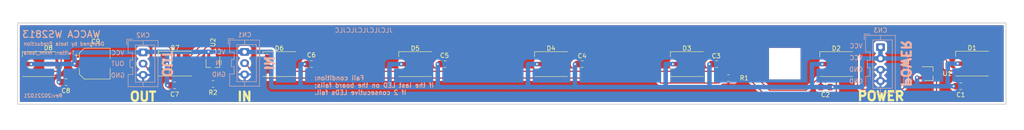
<source format=kicad_pcb>
(kicad_pcb (version 20211014) (generator pcbnew)
  (layers (0 "F.Cu" signal) (31 "B.Cu" signal) (34 "B.Paste" user) (35 "F.Paste" user) (36 "B.SilkS" user "B.Silkscreen") (37 "F.SilkS" user "F.Silkscreen") (38 "B.Mask" user) (39 "F.Mask" user) (44 "Edge.Cuts" user))
  (net 0 "")
  (net 1 "+5V")
  (net 2 "GND")
  (net 3 "Net-(CN1-Pad2)")
  (net 4 "LED_IN")
  (net 5 "LED_OUT")
  (net 6 "Net-(CN2-Pad2)")
  (net 8 "Net-(D1-Pad3)")
  (net 10 "Net-(D2-Pad3)")
  (net 12 "Net-(D3-Pad3)")
  (net 14 "Net-(D4-Pad3)")
  (net 16 "Net-(D5-Pad3)")
  (net 18 "Net-(D6-Pad3)")
  (net 20 "Net-(D7-Pad3)")
  (footprint "LED_SMD:LED_WS2812_PLCC6_5.0x5.0mm_P1.6mm" (layer "F.Cu") (at 154.5 99.5)
    (fp_text reference "D4" (at 0 -3.5) (layer "F.SilkS"))
    (fp_text value "WS2813")
    (fp_line (start -3.65 -2.75) (end 3.65 -2.75) (layer "F.SilkS") (width 0.12))
    (fp_line (start -3.65 -1.6) (end -3.65 -2.75) (layer "F.SilkS") (width 0.12))
    (fp_line (start -3.65 2.75) (end 3.65 2.75) (layer "F.SilkS") (width 0.12))
    (pad "1" smd rect (at -2.45 -1.6) (size 1.5 1) (layers "F.Cu" "F.Paste" "F.Mask"))
    (pad "2" smd rect (at -2.45 0) (size 1.5 1) (layers "F.Cu" "F.Paste" "F.Mask") (net 1 "+5V"))
    (pad "3" smd rect (at -2.45 1.6) (size 1.5 1) (layers "F.Cu" "F.Paste" "F.Mask") (net 14 "Net-(D4-Pad3)"))
    (pad "4" smd rect (at 2.45 1.6) (size 1.5 1) (layers "F.Cu" "F.Paste" "F.Mask") (net 12 "Net-(D3-Pad3)"))
    (pad "5" smd rect (at 2.45 0) (size 1.5 1) (layers "F.Cu" "F.Paste" "F.Mask") (net 2 "GND"))
    (pad "6" smd rect (at 2.45 -1.6) (size 1.5 1) (layers "F.Cu" "F.Paste" "F.Mask") (net 10 "Net-(D2-Pad3)"))
  )
  (footprint "Resistor_SMD:R_0805_2012Metric_Pad1.20x1.40mm_HandSolder" (layer "F.Cu") (at 193.8 102.6)
    (fp_text reference "R1" (at 3.5 0) (layer "F.SilkS"))
    (fp_text value "100")
    (fp_line (start -0.227064 -0.735) (end 0.227064 -0.735) (layer "F.SilkS") (width 0.12))
    (fp_line (start -0.227064 0.735) (end 0.227064 0.735) (layer "F.SilkS") (width 0.12))
    (pad "1" smd roundrect (at -1 0) (size 1.2 1.4) (layers "F.Cu" "F.Paste" "F.Mask") (roundrect_rratio 0.2083333333) (net 3 "Net-(CN1-Pad2)"))
    (pad "2" smd roundrect (at 1 0) (size 1.2 1.4) (layers "F.Cu" "F.Paste" "F.Mask") (roundrect_rratio 0.2083333333) (net 4 "LED_IN"))
  )
  (footprint "Capacitor_SMD:C_0805_2012Metric_Pad1.18x1.45mm_HandSolder" (layer "F.Cu") (at 131 99.5)
    (fp_text reference "C5" (at -0.1 -1.9) (layer "F.SilkS"))
    (fp_text value "100nF")
    (fp_line (start -0.261252 -0.735) (end 0.261252 -0.735) (layer "F.SilkS") (width 0.12))
    (fp_line (start -0.261252 0.735) (end 0.261252 0.735) (layer "F.SilkS") (width 0.12))
    (pad "1" smd roundrect (at -1.0375 0) (size 1.175 1.45) (layers "F.Cu" "F.Paste" "F.Mask") (roundrect_rratio 0.2127659574) (net 1 "+5V"))
    (pad "2" smd roundrect (at 1.0375 0) (size 1.175 1.45) (layers "F.Cu" "F.Paste" "F.Mask") (roundrect_rratio 0.2127659574) (net 2 "GND"))
  )
  (footprint "Package_TO_SOT_SMD:TSOT-23_HandSoldering" (layer "F.Cu") (at 79.6 99.295 -90)
    (fp_text reference "U2" (at -4.6 0 90) (layer "F.SilkS"))
    (fp_text value "1503a")
    (fp_line (start 0.95 -1.5) (end 0.95 -0.5) (layer "F.SilkS") (width 0.12))
    (fp_line (start 0.93 -1.51) (end -1.5 -1.51) (layer "F.SilkS") (width 0.12))
    (fp_line (start 0.95 1.55) (end -0.9 1.55) (layer "F.SilkS") (width 0.12))
    (fp_line (start 0.95 0.5) (end 0.95 1.55) (layer "F.SilkS") (width 0.12))
    (pad "1" smd rect (at -1.71 -0.95 270) (size 2 0.65) (layers "F.Cu" "F.Paste" "F.Mask") (net 2 "GND"))
    (pad "2" smd rect (at -1.71 0.95 270) (size 2 0.65) (layers "F.Cu" "F.Paste" "F.Mask") (net 1 "+5V"))
    (pad "3" smd rect (at 1.71 0 270) (size 2 0.65) (layers "F.Cu" "F.Paste" "F.Mask") (net 5 "LED_OUT"))
  )
  (footprint "LED_SMD:LED_WS2812_PLCC6_5.0x5.0mm_P1.6mm" (layer "F.Cu") (at 124.4 99.5)
    (fp_text reference "D5" (at 0 -3.5) (layer "F.SilkS"))
    (fp_text value "WS2813")
    (fp_line (start -3.65 2.75) (end 3.65 2.75) (layer "F.SilkS") (width 0.12))
    (fp_line (start -3.65 -1.6) (end -3.65 -2.75) (layer "F.SilkS") (width 0.12))
    (fp_line (start -3.65 -2.75) (end 3.65 -2.75) (layer "F.SilkS") (width 0.12))
    (pad "1" smd rect (at -2.45 -1.6) (size 1.5 1) (layers "F.Cu" "F.Paste" "F.Mask"))
    (pad "2" smd rect (at -2.45 0) (size 1.5 1) (layers "F.Cu" "F.Paste" "F.Mask") (net 1 "+5V"))
    (pad "3" smd rect (at -2.45 1.6) (size 1.5 1) (layers "F.Cu" "F.Paste" "F.Mask") (net 16 "Net-(D5-Pad3)"))
    (pad "4" smd rect (at 2.45 1.6) (size 1.5 1) (layers "F.Cu" "F.Paste" "F.Mask") (net 14 "Net-(D4-Pad3)"))
    (pad "5" smd rect (at 2.45 0) (size 1.5 1) (layers "F.Cu" "F.Paste" "F.Mask") (net 2 "GND"))
    (pad "6" smd rect (at 2.45 -1.6) (size 1.5 1) (layers "F.Cu" "F.Paste" "F.Mask") (net 12 "Net-(D3-Pad3)"))
  )
  (footprint "Resistor_SMD:R_0805_2012Metric_Pad1.20x1.40mm_HandSolder" (layer "F.Cu") (at 79.6 103.9 180)
    (fp_text reference "R2" (at 0 -1.9) (layer "F.SilkS"))
    (fp_text value "100")
    (fp_line (start -0.227064 -0.735) (end 0.227064 -0.735) (layer "F.SilkS") (width 0.12))
    (fp_line (start -0.227064 0.735) (end 0.227064 0.735) (layer "F.SilkS") (width 0.12))
    (pad "1" smd roundrect (at -1 0 180) (size 1.2 1.4) (layers "F.Cu" "F.Paste" "F.Mask") (roundrect_rratio 0.2083333333) (net 5 "LED_OUT"))
    (pad "2" smd roundrect (at 1 0 180) (size 1.2 1.4) (layers "F.Cu" "F.Paste" "F.Mask") (roundrect_rratio 0.2083333333) (net 6 "Net-(CN2-Pad2)"))
  )
  (footprint "LED_SMD:LED_WS2812_PLCC6_5.0x5.0mm_P1.6mm" (layer "F.Cu") (at 71.2 99.4)
    (fp_text reference "D7" (at 0 -3.5) (layer "F.SilkS"))
    (fp_text value "WS2813")
    (fp_line (start -3.65 2.75) (end 3.65 2.75) (layer "F.SilkS") (width 0.12))
    (fp_line (start -3.65 -2.75) (end 3.65 -2.75) (layer "F.SilkS") (width 0.12))
    (fp_line (start -3.65 -1.6) (end -3.65 -2.75) (layer "F.SilkS") (width 0.12))
    (pad "1" smd rect (at -2.45 -1.6) (size 1.5 1) (layers "F.Cu" "F.Paste" "F.Mask"))
    (pad "2" smd rect (at -2.45 0) (size 1.5 1) (layers "F.Cu" "F.Paste" "F.Mask") (net 1 "+5V"))
    (pad "3" smd rect (at -2.45 1.6) (size 1.5 1) (layers "F.Cu" "F.Paste" "F.Mask") (net 20 "Net-(D7-Pad3)"))
    (pad "4" smd rect (at 2.45 1.6) (size 1.5 1) (layers "F.Cu" "F.Paste" "F.Mask") (net 18 "Net-(D6-Pad3)"))
    (pad "5" smd rect (at 2.45 0) (size 1.5 1) (layers "F.Cu" "F.Paste" "F.Mask") (net 2 "GND"))
    (pad "6" smd rect (at 2.45 -1.6) (size 1.5 1) (layers "F.Cu" "F.Paste" "F.Mask") (net 16 "Net-(D5-Pad3)"))
  )
  (footprint "Package_TO_SOT_SMD:TSOT-23_HandSoldering" (layer "F.Cu") (at 238.2 101.6)
    (fp_text reference "U1" (at 4.1 0) (layer "F.SilkS"))
    (fp_text value "1503a")
    (fp_line (start 0.95 1.55) (end -0.9 1.55) (layer "F.SilkS") (width 0.12))
    (fp_line (start 0.95 0.5) (end 0.95 1.55) (layer "F.SilkS") (width 0.12))
    (fp_line (start 0.95 -1.5) (end 0.95 -0.5) (layer "F.SilkS") (width 0.12))
    (fp_line (start 0.93 -1.51) (end -1.5 -1.51) (layer "F.SilkS") (width 0.12))
    (pad "1" smd rect (at -1.71 -0.95) (size 2 0.65) (layers "F.Cu" "F.Paste" "F.Mask") (net 2 "GND"))
    (pad "2" smd rect (at -1.71 0.95) (size 2 0.65) (layers "F.Cu" "F.Paste" "F.Mask") (net 1 "+5V"))
    (pad "3" smd rect (at 1.71 0) (size 2 0.65) (layers "F.Cu" "F.Paste" "F.Mask") (net 4 "LED_IN"))
  )
  (footprint "LED_SMD:LED_WS2812_PLCC6_5.0x5.0mm_P1.6mm" (layer "F.Cu") (at 94.3 99.5)
    (fp_text reference "D6" (at 0 -3.5) (layer "F.SilkS"))
    (fp_text value "WS2813")
    (fp_line (start -3.65 -1.6) (end -3.65 -2.75) (layer "F.SilkS") (width 0.12))
    (fp_line (start -3.65 -2.75) (end 3.65 -2.75) (layer "F.SilkS") (width 0.12))
    (fp_line (start -3.65 2.75) (end 3.65 2.75) (layer "F.SilkS") (width 0.12))
    (pad "1" smd rect (at -2.45 -1.6) (size 1.5 1) (layers "F.Cu" "F.Paste" "F.Mask"))
    (pad "2" smd rect (at -2.45 0) (size 1.5 1) (layers "F.Cu" "F.Paste" "F.Mask") (net 1 "+5V"))
    (pad "3" smd rect (at -2.45 1.6) (size 1.5 1) (layers "F.Cu" "F.Paste" "F.Mask") (net 18 "Net-(D6-Pad3)"))
    (pad "4" smd rect (at 2.45 1.6) (size 1.5 1) (layers "F.Cu" "F.Paste" "F.Mask") (net 16 "Net-(D5-Pad3)"))
    (pad "5" smd rect (at 2.45 0) (size 1.5 1) (layers "F.Cu" "F.Paste" "F.Mask") (net 2 "GND"))
    (pad "6" smd rect (at 2.45 -1.6) (size 1.5 1) (layers "F.Cu" "F.Paste" "F.Mask") (net 14 "Net-(D4-Pad3)"))
  )
  (footprint "LED_SMD:LED_WS2812_PLCC6_5.0x5.0mm_P1.6mm" (layer "F.Cu") (at 184.6 99.5)
    (fp_text reference "D3" (at 0 -3.5) (layer "F.SilkS"))
    (fp_text value "WS2813")
    (fp_line (start -3.65 -1.6) (end -3.65 -2.75) (layer "F.SilkS") (width 0.12))
    (fp_line (start -3.65 2.75) (end 3.65 2.75) (layer "F.SilkS") (width 0.12))
    (fp_line (start -3.65 -2.75) (end 3.65 -2.75) (layer "F.SilkS") (width 0.12))
    (pad "1" smd rect (at -2.45 -1.6) (size 1.5 1) (layers "F.Cu" "F.Paste" "F.Mask"))
    (pad "2" smd rect (at -2.45 0) (size 1.5 1) (layers "F.Cu" "F.Paste" "F.Mask") (net 1 "+5V"))
    (pad "3" smd rect (at -2.45 1.6) (size 1.5 1) (layers "F.Cu" "F.Paste" "F.Mask") (net 12 "Net-(D3-Pad3)"))
    (pad "4" smd rect (at 2.45 1.6) (size 1.5 1) (layers "F.Cu" "F.Paste" "F.Mask") (net 10 "Net-(D2-Pad3)"))
    (pad "5" smd rect (at 2.45 0) (size 1.5 1) (layers "F.Cu" "F.Paste" "F.Mask") (net 2 "GND"))
    (pad "6" smd rect (at 2.45 -1.6) (size 1.5 1) (layers "F.Cu" "F.Paste" "F.Mask") (net 8 "Net-(D1-Pad3)"))
  )
  (footprint "Capacitor_SMD:C_0805_2012Metric_Pad1.18x1.45mm_HandSolder" (layer "F.Cu") (at 47.0375 103.5)
    (fp_text reference "C8" (at -0.0375 1.9) (layer "F.SilkS"))
    (fp_text value "100nF")
    (fp_line (start -0.261252 -0.735) (end 0.261252 -0.735) (layer "F.SilkS") (width 0.12))
    (fp_line (start -0.261252 0.735) (end 0.261252 0.735) (layer "F.SilkS") (width 0.12))
    (pad "1" smd roundrect (at -1.0375 0) (size 1.175 1.45) (layers "F.Cu" "F.Paste" "F.Mask") (roundrect_rratio 0.2127659574) (net 1 "+5V"))
    (pad "2" smd roundrect (at 1.0375 0) (size 1.175 1.45) (layers "F.Cu" "F.Paste" "F.Mask") (roundrect_rratio 0.2127659574) (net 2 "GND"))
  )
  (footprint "MountingHole:MountingHole_3.2mm_M3" (layer "F.Cu") (at 206.3 99.4)
    (fp_text reference "H1" hide)
    (fp_text value "M3")
    (pad "" np_thru_hole circle (at 0 0) (size 3.2 3.2) (drill 3.2) (layers *.Cu *.Mask))
  )
  (footprint "Capacitor_SMD:C_0805_2012Metric_Pad1.18x1.45mm_HandSolder" (layer "F.Cu") (at 245.3 104.4)
    (fp_text reference "C1" (at 0 1.9) (layer "F.SilkS"))
    (fp_text value "100nF")
    (fp_line (start -0.261252 -0.735) (end 0.261252 -0.735) (layer "F.SilkS") (width 0.12))
    (fp_line (start -0.261252 0.735) (end 0.261252 0.735) (layer "F.SilkS") (width 0.12))
    (pad "1" smd roundrect (at -1.0375 0) (size 1.175 1.45) (layers "F.Cu" "F.Paste" "F.Mask") (roundrect_rratio 0.2127659574) (net 1 "+5V"))
    (pad "2" smd roundrect (at 1.0375 0) (size 1.175 1.45) (layers "F.Cu" "F.Paste" "F.Mask") (roundrect_rratio 0.2127659574) (net 2 "GND"))
  )
  (footprint "LED_SMD:LED_WS2812_PLCC6_5.0x5.0mm_P1.6mm" (layer "F.Cu") (at 217.7 99.5)
    (fp_text reference "D2" (at 0 -3.5) (layer "F.SilkS"))
    (fp_text value "WS2813")
    (fp_line (start -3.65 2.75) (end 3.65 2.75) (layer "F.SilkS") (width 0.12))
    (fp_line (start -3.65 -1.6) (end -3.65 -2.75) (layer "F.SilkS") (width 0.12))
    (fp_line (start -3.65 -2.75) (end 3.65 -2.75) (layer "F.SilkS") (width 0.12))
    (pad "1" smd rect (at -2.45 -1.6) (size 1.5 1) (layers "F.Cu" "F.Paste" "F.Mask"))
    (pad "2" smd rect (at -2.45 0) (size 1.5 1) (layers "F.Cu" "F.Paste" "F.Mask") (net 1 "+5V"))
    (pad "3" smd rect (at -2.45 1.6) (size 1.5 1) (layers "F.Cu" "F.Paste" "F.Mask") (net 10 "Net-(D2-Pad3)"))
    (pad "4" smd rect (at 2.45 1.6) (size 1.5 1) (layers "F.Cu" "F.Paste" "F.Mask") (net 8 "Net-(D1-Pad3)"))
    (pad "5" smd rect (at 2.45 0) (size 1.5 1) (layers "F.Cu" "F.Paste" "F.Mask") (net 2 "GND"))
    (pad "6" smd rect (at 2.45 -1.6) (size 1.5 1) (layers "F.Cu" "F.Paste" "F.Mask") (net 4 "LED_IN"))
  )
  (footprint "Capacitor_SMD:C_0805_2012Metric_Pad1.18x1.45mm_HandSolder" (layer "F.Cu") (at 191.2 99.5)
    (fp_text reference "C3" (at -0.1 -1.8) (layer "F.SilkS"))
    (fp_text value "100nF")
    (fp_line (start -0.261252 -0.735) (end 0.261252 -0.735) (layer "F.SilkS") (width 0.12))
    (fp_line (start -0.261252 0.735) (end 0.261252 0.735) (layer "F.SilkS") (width 0.12))
    (pad "1" smd roundrect (at -1.0375 0) (size 1.175 1.45) (layers "F.Cu" "F.Paste" "F.Mask") (roundrect_rratio 0.2127659574) (net 1 "+5V"))
    (pad "2" smd roundrect (at 1.0375 0) (size 1.175 1.45) (layers "F.Cu" "F.Paste" "F.Mask") (roundrect_rratio 0.2127659574) (net 2 "GND"))
  )
  (footprint "LED_SMD:LED_WS2812_PLCC6_5.0x5.0mm_P1.6mm" (layer "F.Cu") (at 247.8 99.4)
    (fp_text reference "D1" (at 0 -3.5) (layer "F.SilkS"))
    (fp_text value "WS2813")
    (fp_line (start -3.65 2.75) (end 3.65 2.75) (layer "F.SilkS") (width 0.12))
    (fp_line (start -3.65 -2.75) (end 3.65 -2.75) (layer "F.SilkS") (width 0.12))
    (fp_line (start -3.65 -1.6) (end -3.65 -2.75) (layer "F.SilkS") (width 0.12))
    (pad "1" smd rect (at -2.45 -1.6) (size 1.5 1) (layers "F.Cu" "F.Paste" "F.Mask"))
    (pad "2" smd rect (at -2.45 0) (size 1.5 1) (layers "F.Cu" "F.Paste" "F.Mask") (net 1 "+5V"))
    (pad "3" smd rect (at -2.45 1.6) (size 1.5 1) (layers "F.Cu" "F.Paste" "F.Mask") (net 8 "Net-(D1-Pad3)"))
    (pad "4" smd rect (at 2.45 1.6) (size 1.5 1) (layers "F.Cu" "F.Paste" "F.Mask") (net 4 "LED_IN"))
    (pad "5" smd rect (at 2.45 0) (size 1.5 1) (layers "F.Cu" "F.Paste" "F.Mask") (net 2 "GND"))
    (pad "6" smd rect (at 2.45 -1.6) (size 1.5 1) (layers "F.Cu" "F.Paste" "F.Mask") (net 2 "GND"))
  )
  (footprint "Capacitor_SMD:C_0805_2012Metric_Pad1.18x1.45mm_HandSolder" (layer "F.Cu") (at 101.4 99.5)
    (fp_text reference "C6" (at 0 -2) (layer "F.SilkS"))
    (fp_text value "100nF")
    (fp_line (start -0.261252 -0.735) (end 0.261252 -0.735) (layer "F.SilkS") (width 0.12))
    (fp_line (start -0.261252 0.735) (end 0.261252 0.735) (layer "F.SilkS") (width 0.12))
    (pad "1" smd roundrect (at -1.0375 0) (size 1.175 1.45) (layers "F.Cu" "F.Paste" "F.Mask") (roundrect_rratio 0.2127659574) (net 1 "+5V"))
    (pad "2" smd roundrect (at 1.0375 0) (size 1.175 1.45) (layers "F.Cu" "F.Paste" "F.Mask") (roundrect_rratio 0.2127659574) (net 2 "GND"))
  )
  (footprint "Capacitor_SMD:CP_Elec_6.3x5.2" (layer "F.Cu") (at 53.4 99.4)
    (fp_text reference "C9" (at 0.2 -4.9) (layer "F.SilkS"))
    (fp_text value "1000uF")
    (fp_line (start -2.345563 -3.41) (end 3.41 -3.41) (layer "F.SilkS") (width 0.12))
    (fp_line (start 3.41 3.41) (end 3.41 1.06) (layer "F.SilkS") (width 0.12))
    (fp_line (start -3.41 2.345563) (end -3.41 1.06) (layer "F.SilkS") (width 0.12))
    (fp_line (start -2.345563 3.41) (end 3.41 3.41) (layer "F.SilkS") (width 0.12))
    (fp_line (start -3.41 -2.345563) (end -3.41 -1.06) (layer "F.SilkS") (width 0.12))
    (fp_line (start -3.41 2.345563) (end -2.345563 3.41) (layer "F.SilkS") (width 0.12))
    (fp_line (start -3.41 -2.345563) (end -2.345563 -3.41) (layer "F.SilkS") (width 0.12))
    (fp_line (start -4.4375 -1.8475) (end -3.65 -1.8475) (layer "F.SilkS") (width 0.12))
    (fp_line (start 3.41 -3.41) (end 3.41 -1.06) (layer "F.SilkS") (width 0.12))
    (fp_line (start -4.04375 -2.24125) (end -4.04375 -1.45375) (layer "F.SilkS") (width 0.12))
    (pad "1" smd roundrect (at -2.8 0) (size 3.5 1.6) (layers "F.Cu" "F.Paste" "F.Mask") (roundrect_rratio 0.15625) (net 1 "+5V"))
    (pad "2" smd roundrect (at 2.8 0) (size 3.5 1.6) (layers "F.Cu" "F.Paste" "F.Mask") (roundrect_rratio 0.15625) (net 2 "GND"))
  )
  (footprint "LED_SMD:LED_WS2812_PLCC6_5.0x5.0mm_P1.6mm" (layer "F.Cu") (at 41 99.5)
    (fp_text reference "D8" (at 2.1 -3.6) (layer "F.SilkS"))
    (fp_text value "WS2813")
    (fp_line (start -3.65 2.75) (end 3.65 2.75) (layer "F.SilkS") (width 0.12))
    (fp_line (start -3.65 -1.6) (end -3.65 -2.75) (layer "F.SilkS") (width 0.12))
    (fp_line (start -3.65 -2.75) (end 3.65 -2.75) (layer "F.SilkS") (width 0.12))
    (pad "1" smd rect (at -2.45 -1.6) (size 1.5 1) (layers "F.Cu" "F.Paste" "F.Mask"))
    (pad "2" smd rect (at -2.45 0) (size 1.5 1) (layers "F.Cu" "F.Paste" "F.Mask") (net 1 "+5V"))
    (pad "3" smd rect (at -2.45 1.6) (size 1.5 1) (layers "F.Cu" "F.Paste" "F.Mask") (net 5 "LED_OUT"))
    (pad "4" smd rect (at 2.45 1.6) (size 1.5 1) (layers "F.Cu" "F.Paste" "F.Mask") (net 20 "Net-(D7-Pad3)"))
    (pad "5" smd rect (at 2.45 0) (size 1.5 1) (layers "F.Cu" "F.Paste" "F.Mask") (net 2 "GND"))
    (pad "6" smd rect (at 2.45 -1.6) (size 1.5 1) (layers "F.Cu" "F.Paste" "F.Mask") (net 18 "Net-(D6-Pad3)"))
  )
  (footprint "Capacitor_SMD:C_0805_2012Metric_Pad1.18x1.45mm_HandSolder" (layer "F.Cu") (at 71.1 104.2)
    (fp_text reference "C7" (at 0 2) (layer "F.SilkS"))
    (fp_text value "100nF")
    (fp_line (start -0.261252 0.735) (end 0.261252 0.735) (layer "F.SilkS") (width 0.12))
    (fp_line (start -0.261252 -0.735) (end 0.261252 -0.735) (layer "F.SilkS") (width 0.12))
    (pad "1" smd roundrect (at -1.0375 0) (size 1.175 1.45) (layers "F.Cu" "F.Paste" "F.Mask") (roundrect_rratio 0.2127659574) (net 1 "+5V"))
    (pad "2" smd roundrect (at 1.0375 0) (size 1.175 1.45) (layers "F.Cu" "F.Paste" "F.Mask") (roundrect_rratio 0.2127659574) (net 2 "GND"))
  )
  (footprint "Capacitor_SMD:C_0805_2012Metric_Pad1.18x1.45mm_HandSolder" (layer "F.Cu") (at 161.4 99.5)
    (fp_text reference "C4" (at 0 -1.8) (layer "F.SilkS"))
    (fp_text value "100nF")
    (fp_line (start -0.261252 -0.735) (end 0.261252 -0.735) (layer "F.SilkS") (width 0.12))
    (fp_line (start -0.261252 0.735) (end 0.261252 0.735) (layer "F.SilkS") (width 0.12))
    (pad "1" smd roundrect (at -1.0375 0) (size 1.175 1.45) (layers "F.Cu" "F.Paste" "F.Mask") (roundrect_rratio 0.2127659574) (net 1 "+5V"))
    (pad "2" smd roundrect (at 1.0375 0) (size 1.175 1.45) (layers "F.Cu" "F.Paste" "F.Mask") (roundrect_rratio 0.2127659574) (net 2 "GND"))
  )
  (footprint "Capacitor_SMD:C_0805_2012Metric_Pad1.18x1.45mm_HandSolder" (layer "F.Cu") (at 215.3 104.6 180)
    (fp_text reference "C2" (at 0 -1.7) (layer "F.SilkS"))
    (fp_text value "100nF")
    (fp_line (start -0.261252 0.735) (end 0.261252 0.735) (layer "F.SilkS") (width 0.12))
    (fp_line (start -0.261252 -0.735) (end 0.261252 -0.735) (layer "F.SilkS") (width 0.12))
    (pad "1" smd roundrect (at -1.0375 0 180) (size 1.175 1.45) (layers "F.Cu" "F.Paste" "F.Mask") (roundrect_rratio 0.2127659574) (net 1 "+5V"))
    (pad "2" smd roundrect (at 1.0375 0 180) (size 1.175 1.45) (layers "F.Cu" "F.Paste" "F.Mask") (roundrect_rratio 0.2127659574) (net 2 "GND"))
  )
  (footprint "Connector_JST:JST_XA_B04B-XASK-1_1x04_P2.50mm_Vertical" (layer "B.Cu") (at 227.5 95.75 -90)
    (fp_text reference "CN3" (at -3.75 0 180) (layer "B.SilkS") (effects (justify mirror)))
    (fp_text value "JST XA 4p")
    (fp_line (start 10.11 3.31) (end 6.45 3.31) (layer "B.SilkS") (width 0.12))
    (fp_line (start 10.11 -3.31) (end 10.11 3.31) (layer "B.SilkS") (width 0.12))
    (fp_line (start -2.61 0) (end -1.6 0) (layer "B.SilkS") (width 0.12))
    (fp_line (start 10.11 0) (end 9.1 0) (layer "B.SilkS") (width 0.12))
    (fp_line (start -2.91 3.61) (end -2.91 2.36) (layer "B.SilkS") (width 0.12))
    (fp_line (start 1.05 2.31) (end 1.05 3.31) (layer "B.SilkS") (width 0.12))
    (fp_line (start -2.61 -3.31) (end 10.11 -3.31) (layer "B.SilkS") (width 0.12))
    (fp_line (start -2.61 3.31) (end -2.61 -3.31) (layer "B.SilkS") (width 0.12))
    (fp_line (start 1.05 3.31) (end -2.61 3.31) (layer "B.SilkS") (width 0.12))
    (fp_line (start 6.45 2.31) (end 4.55 2.31) (layer "B.SilkS") (width 0.12))
    (fp_line (start 4.55 2.31) (end 4.55 2.91) (layer "B.SilkS") (width 0.12))
    (fp_line (start 6.45 3.31) (end 6.45 2.31) (layer "B.SilkS") (width 0.12))
    (fp_line (start -1.66 3.61) (end -2.91 3.61) (layer "B.SilkS") (width 0.12))
    (fp_line (start 2.95 2.91) (end 2.95 2.31) (layer "B.SilkS") (width 0.12))
    (fp_line (start -1.6 -2.6) (end 9.1 -2.6) (layer "B.SilkS") (width 0.12))
    (fp_line (start 9.1 -2.6) (end 9.1 1.7) (layer "B.SilkS") (width 0.12))
    (fp_line (start 2.95 2.31) (end 1.05 2.31) (layer "B.SilkS") (width 0.12))
    (fp_line (start 9.1 1.7) (end -1.6 1.7) (layer "B.SilkS") (width 0.12))
    (fp_line (start -1.6 1.7) (end -1.6 -2.6) (layer "B.SilkS") (width 0.12))
    (fp_line (start 4.55 2.91) (end 2.95 2.91) (layer "B.SilkS") (width 0.12))
    (pad "1" thru_hole roundrect (at 0 0 270) (size 1.7 1.95) (drill 0.95) (layers *.Cu *.Mask) (roundrect_rratio 0.1470588235) (net 1 "+5V"))
    (pad "2" thru_hole oval (at 2.5 0 270) (size 1.7 1.95) (drill 0.95) (layers *.Cu *.Mask) (net 1 "+5V"))
    (pad "3" thru_hole oval (at 5 0 270) (size 1.7 1.95) (drill 0.95) (layers *.Cu *.Mask) (net 2 "GND"))
    (pad "4" thru_hole oval (at 7.5 0 270) (size 1.7 1.95) (drill 0.95) (layers *.Cu *.Mask) (net 2 "GND"))
  )
  (footprint "Connector_JST:JST_XA_B03B-XASK-1_1x03_P2.50mm_Vertical" (layer "B.Cu") (at 64.1 96.905 -90)
    (fp_text reference "CN2" (at -3.805 0 180) (layer "B.SilkS") (effects (justify mirror)))
    (fp_text value "JST XA 3p")
    (fp_line (start -2.91 3.61) (end -2.91 2.36) (layer "B.SilkS") (width 0.12))
    (fp_line (start 4.9 3.31) (end 4.9 2.31) (layer "B.SilkS") (width 0.12))
    (fp_line (start 0.1 2.31) (end 0.1 3.31) (layer "B.SilkS") (width 0.12))
    (fp_line (start -2.61 0) (end -1.6 0) (layer "B.SilkS") (width 0.12))
    (fp_line (start -2.61 3.31) (end -2.61 -3.31) (layer "B.SilkS") (width 0.12))
    (fp_line (start -1.66 3.61) (end -2.91 3.61) (layer "B.SilkS") (width 0.12))
    (fp_line (start 7.61 0) (end 6.6 0) (layer "B.SilkS") (width 0.12))
    (fp_line (start 6.6 -2.6) (end 6.6 1.7) (layer "B.SilkS") (width 0.12))
    (fp_line (start 1.7 2.31) (end 0.1 2.31) (layer "B.SilkS") (width 0.12))
    (fp_line (start 1.7 2.91) (end 1.7 2.31) (layer "B.SilkS") (width 0.12))
    (fp_line (start -2.61 -3.31) (end 7.61 -3.31) (layer "B.SilkS") (width 0.12))
    (fp_line (start -1.6 -2.6) (end 6.6 -2.6) (layer "B.SilkS") (width 0.12))
    (fp_line (start 0.1 3.31) (end -2.61 3.31) (layer "B.SilkS") (width 0.12))
    (fp_line (start 6.6 1.7) (end -1.6 1.7) (layer "B.SilkS") (width 0.12))
    (fp_line (start 7.61 -3.31) (end 7.61 3.31) (layer "B.SilkS") (width 0.12))
    (fp_line (start 7.61 3.31) (end 4.9 3.31) (layer "B.SilkS") (width 0.12))
    (fp_line (start -1.6 1.7) (end -1.6 -2.6) (layer "B.SilkS") (width 0.12))
    (fp_line (start 3.3 2.91) (end 1.7 2.91) (layer "B.SilkS") (width 0.12))
    (fp_line (start 4.9 2.31) (end 3.3 2.31) (layer "B.SilkS") (width 0.12))
    (fp_line (start 3.3 2.31) (end 3.3 2.91) (layer "B.SilkS") (width 0.12))
    (pad "1" thru_hole roundrect (at 0 0 270) (size 1.7 1.95) (drill 0.95) (layers *.Cu *.Mask) (roundrect_rratio 0.1470588235) (net 1 "+5V"))
    (pad "2" thru_hole oval (at 2.5 0 270) (size 1.7 1.95) (drill 0.95) (layers *.Cu *.Mask) (net 6 "Net-(CN2-Pad2)"))
    (pad "3" thru_hole oval (at 5 0 270) (size 1.7 1.95) (drill 0.95) (layers *.Cu *.Mask) (net 2 "GND"))
  )
  (footprint "Connector_JST:JST_XA_B03B-XASK-1_1x03_P2.50mm_Vertical" (layer "B.Cu") (at 86.6 96.795 -90)
    (fp_text reference "CN1" (at -3.795 0 180) (layer "B.SilkS") (effects (justify mirror)))
    (fp_text value "JST XA 3p")
    (fp_line (start -2.61 3.31) (end -2.61 -3.31) (layer "B.SilkS") (width 0.12))
    (fp_line (start -2.91 3.61) (end -2.91 2.36) (layer "B.SilkS") (width 0.12))
    (fp_line (start 6.6 1.7) (end -1.6 1.7) (layer "B.SilkS") (width 0.12))
    (fp_line (start 0.1 3.31) (end -2.61 3.31) (layer "B.SilkS") (width 0.12))
    (fp_line (start 7.61 3.31) (end 4.9 3.31) (layer "B.SilkS") (width 0.12))
    (fp_line (start -1.6 1.7) (end -1.6 -2.6) (layer "B.SilkS") (width 0.12))
    (fp_line (start 3.3 2.31) (end 3.3 2.91) (layer "B.SilkS") (width 0.12))
    (fp_line (start 7.61 -3.31) (end 7.61 3.31) (layer "B.SilkS") (width 0.12))
    (fp_line (start 4.9 3.31) (end 4.9 2.31) (layer "B.SilkS") (width 0.12))
    (fp_line (start 0.1 2.31) (end 0.1 3.31) (layer "B.SilkS") (width 0.12))
    (fp_line (start -2.61 0) (end -1.6 0) (layer "B.SilkS") (width 0.12))
    (fp_line (start 1.7 2.91) (end 1.7 2.31) (layer "B.SilkS") (width 0.12))
    (fp_line (start 1.7 2.31) (end 0.1 2.31) (layer "B.SilkS") (width 0.12))
    (fp_line (start -1.6 -2.6) (end 6.6 -2.6) (layer "B.SilkS") (width 0.12))
    (fp_line (start -2.61 -3.31) (end 7.61 -3.31) (layer "B.SilkS") (width 0.12))
    (fp_line (start 6.6 -2.6) (end 6.6 1.7) (layer "B.SilkS") (width 0.12))
    (fp_line (start 4.9 2.31) (end 3.3 2.31) (layer "B.SilkS") (width 0.12))
    (fp_line (start -1.66 3.61) (end -2.91 3.61) (layer "B.SilkS") (width 0.12))
    (fp_line (start 7.61 0) (end 6.6 0) (layer "B.SilkS") (width 0.12))
    (fp_line (start 3.3 2.91) (end 1.7 2.91) (layer "B.SilkS") (width 0.12))
    (pad "1" thru_hole roundrect (at 0 0 270) (size 1.7 1.95) (drill 0.95) (layers *.Cu *.Mask) (roundrect_rratio 0.1470588235) (net 1 "+5V"))
    (pad "2" thru_hole oval (at 2.5 0 270) (size 1.7 1.95) (drill 0.95) (layers *.Cu *.Mask) (net 3 "Net-(CN1-Pad2)"))
    (pad "3" thru_hole oval (at 5 0 270) (size 1.7 1.95) (drill 0.95) (layers *.Cu *.Mask) (net 2 "GND"))
  )
  (gr_poly (pts (xy 255.3 90.4) (xy 36.3 90.4) (xy 36.3 108.4) (xy 255.3 108.4)) (layer "Edge.Cuts") (width 0.2) (fill none))
  (gr_text "WACCA WS2813" (at 46 92.9) (layer "B.SilkS") (effects (font (size 1.5 1.5) (thickness 0.25)) (justify mirror)))
  (gr_text "JLCJLCJLCJLCJLC" (at 113 92) (layer "B.SilkS") (effects (font (size 1 1)) (justify mirror)))
  (gr_text "VCC" (at 222.1 98.1) (layer "B.SilkS") (effects (font (size 1 1)) (justify mirror)))
  (gr_text "OUT" (at 69.4 99.5 270) (layer "B.SilkS") (effects (font (size 2 2) (thickness 0.5)) (justify mirror)))
  (gr_text "GND" (at 80.9 101.8) (layer "B.SilkS") (effects (font (size 1 1)) (justify mirror)))
  (gr_text "OUT" (at 58.5 99.4) (layer "B.SilkS") (effects (font (size 1 1)) (justify mirror)))
  (gr_text "Twitter: mnm_isola" (at 49 97) (layer "B.SilkS") (effects (font (size 0.8 0.8)) (justify left mirror)))
  (gr_text "VCC" (at 80.9 96.805) (layer "B.SilkS") (effects (font (size 1 1)) (justify mirror)))
  (gr_text "POWER" (at 233.1 99.4 270) (layer "B.SilkS") (effects (font (size 2 2) (thickness 0.5)) (justify mirror)))
  (gr_text "GND\n" (at 58.5 102) (layer "B.SilkS") (effects (font (size 1 1)) (justify mirror)))
  (gr_text "Designed by Isola Production" (at 55.590477 95) (layer "B.SilkS") (effects (font (size 0.8 0.8)) (justify left mirror)))
  (gr_text "Fail condition:\nIf the last LED on the board fails;\nIf 2 consecutive LEDs fail." (at 102 104.2) (layer "B.SilkS") (effects (font (size 1 1) (thickness 0.2)) (justify right mirror)))
  (gr_text "GND\n" (at 222.1 103.3) (layer "B.SilkS") (effects (font (size 1 1)) (justify mirror)))
  (gr_text "IN" (at 92 99.3 270) (layer "B.SilkS") (effects (font (size 2 2) (thickness 0.5)) (justify mirror)))
  (gr_text "VCC" (at 222.1 95.5) (layer "B.SilkS") (effects (font (size 1 1)) (justify mirror)))
  (gr_text "GND\n" (at 222.1 100.7) (layer "B.SilkS") (effects (font (size 1 1)) (justify mirror)))
  (gr_text "IN" (at 80.9 99.2) (layer "B.SilkS") (effects (font (size 1 1)) (justify mirror)))
  (gr_text "Rev:20221021" (at 41.935714 106.5) (layer "B.SilkS") (effects (font (size 0.8 0.8)) (justify mirror)))
  (gr_text "VCC" (at 58.5 97.005) (layer "B.SilkS") (effects (font (size 1 1)) (justify mirror)))
  (gr_text "IN" (at 86.6 106.7) (layer "F.SilkS") (effects (font (size 2 2) (thickness 0.5))))
  (gr_text "POWER" (at 227.6 106.6) (layer "F.SilkS") (effects (font (size 2 2) (thickness 0.5))))
  (gr_text "OUT" (at 64.1 106.7) (layer "F.SilkS") (effects (font (size 2 2) (thickness 0.5))))
  (via (at 92.5 99.5) (size 0.8) (drill 0.4) (layers "F.Cu" "B.Cu") (net 1))
  (via (at 244.6 99.4) (size 0.8) (drill 0.4) (layers "F.Cu" "B.Cu") (net 1))
  (via (at 243.7 104.4) (size 0.8) (drill 0.4) (layers "F.Cu" "B.Cu") (net 1))
  (via (at 121.3 99.5) (size 0.8) (drill 0.4) (layers "F.Cu" "B.Cu") (net 1))
  (via (at 78.6 96.8) (size 0.8) (drill 0.4) (layers "F.Cu" "B.Cu") (net 1))
  (via (at 69.4 99.4) (size 0.8) (drill 0.4) (layers "F.Cu" "B.Cu") (net 1))
  (via (at 39.3 99.5) (size 0.8) (drill 0.4) (layers "F.Cu" "B.Cu") (net 1))
  (via (at 69.5 104.2) (size 0.8) (drill 0.4) (layers "F.Cu" "B.Cu") (net 1))
  (via (at 159.8 99.5) (size 0.8) (drill 0.4) (layers "F.Cu" "B.Cu") (net 1))
  (via (at 189.6 99.5) (size 0.8) (drill 0.4) (layers "F.Cu" "B.Cu") (net 1))
  (via (at 45.4375 103.5) (size 0.8) (drill 0.4) (layers "F.Cu" "B.Cu") (net 1))
  (via (at 235.6 102.5) (size 0.8) (drill 0.4) (layers "F.Cu" "B.Cu") (net 1))
  (via (at 151.4 99.5) (size 0.8) (drill 0.4) (layers "F.Cu" "B.Cu") (net 1))
  (via (at 181.5 99.5) (size 0.8) (drill 0.4) (layers "F.Cu" "B.Cu") (net 1))
  (via (at 99.9 99.5) (size 0.8) (drill 0.4) (layers "F.Cu" "B.Cu") (net 1))
  (via (at 216.9 104.6) (size 0.8) (drill 0.4) (layers "F.Cu" "B.Cu") (net 1))
  (via (at 214.6 99.5) (size 0.8) (drill 0.4) (layers "F.Cu" "B.Cu") (net 1))
  (via (at 48.9 99.4) (size 0.8) (drill 0.4) (layers "F.Cu" "B.Cu") (net 1))
  (via (at 129.4 99.5) (size 0.8) (drill 0.4) (layers "F.Cu" "B.Cu") (net 1))
  (segment (start 92.5 99.5) (end 92.5 96.8) (width 1) (layer "B.Cu") (net 1))
  (segment (start 64.21 96.795) (end 64.1 96.905) (width 1) (layer "B.Cu") (net 1))
  (segment (start 242.4 104.4) (end 235.7 104.4) (width 1) (layer "B.Cu") (net 1))
  (segment (start 99 99.5) (end 99 104.6) (width 1) (layer "B.Cu") (net 1))
  (segment (start 45.4375 103.5) (end 45.4375 99.6375) (width 1) (layer "B.Cu") (net 1))
  (segment (start 86.6 96.795) (end 92.495 96.795) (width 1) (layer "B.Cu") (net 1))
  (segment (start 242.4 103.1) (end 242.4 104.4) (width 1) (layer "B.Cu") (net 1))
  (segment (start 118.7 99.5) (end 118.7 104.4) (width 1) (layer "B.Cu") (net 1))
  (segment (start 118.7 104.4) (end 118.9 104.6) (width 1) (layer "B.Cu") (net 1))
  (segment (start 179.9 99.5) (end 181.5 99.5) (width 1) (layer "B.Cu") (net 1))
  (segment (start 86.6 96.795) (end 78.395 96.795) (width 1) (layer "B.Cu") (net 1))
  (segment (start 92.7 104.6) (end 92.5 104.4) (width 1) (layer "B.Cu") (net 1))
  (segment (start 99 104.6) (end 92.7 104.6) (width 1) (layer "B.Cu") (net 1))
  (segment (start 242.4 99.4) (end 242.4 103.1) (width 1) (layer "B.Cu") (net 1))
  (segment (start 223.425 98.275) (end 223.425 104.575) (width 1) (layer "B.Cu") (net 1))
  (segment (start 118.7 99.5) (end 121.3 99.5) (width 1) (layer "B.Cu") (net 1))
  (segment (start 149.4 99.5) (end 149.4 104.6) (width 1) (layer "B.Cu") (net 1))
  (segment (start 129.4 99.5) (end 129.4 104.6) (width 1) (layer "B.Cu") (net 1))
  (segment (start 45.3 99.5) (end 48.8 99.5) (width 1) (layer "B.Cu") (net 1))
  (segment (start 78.395 96.795) (end 71.305 96.795) (width 1) (layer "B.Cu") (net 1))
  (segment (start 235.7 104.4) (end 233.1 104.4) (width 1) (layer "B.Cu") (net 1))
  (segment (start 92.5 104.4) (end 92.5 99.5) (width 1) (layer "B.Cu") (net 1))
  (segment (start 174.8 104.6) (end 179.9 104.6) (width 1) (layer "B.Cu") (net 1))
  (segment (start 212.3 99.5) (end 214.6 99.5) (width 1) (layer "B.Cu") (net 1))
  (segment (start 149.4 104.6) (end 159.8 104.6) (width 1) (layer "B.Cu") (net 1))
  (segment (start 159.8 99.5) (end 159.8 104.6) (width 1) (layer "B.Cu") (net 1))
  (segment (start 233.05 102.45) (end 233.1 102.5) (width 1) (layer "B.Cu") (net 1))
  (segment (start 235.6 104.3) (end 235.7 104.4) (width 1) (layer "B.Cu") (net 1))
  (segment (start 233.05 98.25) (end 233.05 102.45) (width 1) (layer "B.Cu") (net 1))
  (segment (start 189.6 104.5) (end 189.7 104.6) (width 1) (layer "B.Cu") (net 1))
  (segment (start 189.7 104.6) (end 211.2 104.6) (width 1) (layer "B.Cu") (net 1))
  (segment (start 69.4 99.4) (end 69.4 104.1) (width 1) (layer "B.Cu") (net 1))
  (segment (start 64.1 96.905) (end 51.395 96.905) (width 1) (layer "B.Cu") (net 1))
  (segment (start 48.9 99.4) (end 48.9 96.9) (width 1) (layer "B.Cu") (net 1))
  (segment (start 179.9 104.6) (end 189.7 104.6) (width 1) (layer "B.Cu") (net 1))
  (segment (start 227.5 95.75) (end 227.5 98.25) (width 1) (layer "B.Cu") (net 1))
  (segment (start 223.4 104.6) (end 212.3 104.6) (width 1) (layer "B.Cu") (net 1))
  (segment (start 99.9 99.5) (end 99 99.5) (width 1) (layer "B.Cu") (net 1))
  (segment (start 45.4375 99.6375) (end 45.3 99.5) (width 1) (layer "B.Cu") (net 1))
  (segment (start 149.4 99.5) (end 151.4 99.5) (width 1) (layer "B.Cu") (net 1))
  (segment (start 242.4 104.4) (end 243.7 104.4) (width 1) (layer "B.Cu") (net 1))
  (segment (start 227.5 98.25) (end 233.05 98.25) (width 1) (layer "B.Cu") (net 1))
  (segment (start 235.6 102.5) (end 235.6 104.3) (width 1) (layer "B.Cu") (net 1))
  (segment (start 69.4 99.4) (end 69.4 96.9) (width 1) (layer "B.Cu") (net 1))
  (segment (start 244.6 99.4) (end 242.4 99.4) (width 1) (layer "B.Cu") (net 1))
  (segment (start 179.9 99.5) (end 179.9 104.6) (width 1) (layer "B.Cu") (net 1))
  (segment (start 69.295 96.795) (end 64.21 96.795) (width 1) (layer "B.Cu") (net 1))
  (segment (start 227.5 98.25) (end 223.45 98.25) (width 1) (layer "B.Cu") (net 1))
  (segment (start 212.3 99.5) (end 212.3 104.6) (width 1) (layer "B.Cu") (net 1))
  (segment (start 118.9 104.6) (end 99 104.6) (width 1) (layer "B.Cu") (net 1))
  (segment (start 233.05 98.25) (end 233.05 104.35) (width 1) (layer "B.Cu") (net 1))
  (segment (start 159.8 104.6) (end 174.8 104.6) (width 1) (layer "B.Cu") (net 1))
  (segment (start 48.9 96.9) (end 51.39 96.9) (width 1) (layer "B.Cu") (net 1))
  (segment (start 144.3 104.6) (end 149.4 104.6) (width 1) (layer "B.Cu") (net 1))
  (segment (start 48.8 99.5) (end 48.9 99.4) (width 1) (layer "B.Cu") (net 1))
  (segment (start 118.9 104.6) (end 129.4 104.6) (width 1) (layer "B.Cu") (net 1))
  (segment (start 39.3 99.5) (end 45.3 99.5) (width 1) (layer "B.Cu") (net 1))
  (segment (start 189.6 99.5) (end 189.6 104.5) (width 1) (layer "B.Cu") (net 1))
  (segment (start 211.2 104.6) (end 212.3 104.6) (width 1) (layer "B.Cu") (net 1))
  (segment (start 69.4 96.9) (end 69.295 96.795) (width 1) (layer "B.Cu") (net 1))
  (segment (start 69.4 104.1) (end 69.5 104.2) (width 1) (layer "B.Cu") (net 1))
  (segment (start 129.4 104.6) (end 144.3 104.6) (width 1) (layer "B.Cu") (net 1))
  (segment (start 71.305 96.795) (end 69.295 96.795) (width 1) (layer "B.Cu") (net 1))
  (segment (start 51.39 96.9) (end 51.395 96.905) (width 1) (layer "B.Cu") (net 1))
  (segment (start 89.9 102.6) (end 86.6 99.3) (width 0.25) (layer "F.Cu") (net 3))
  (segment (start 177.7 102.6) (end 89.9 102.6) (width 0.25) (layer "F.Cu") (net 3))
  (segment (start 191.7 103.7) (end 178.8 103.7) (width 0.25) (layer "F.Cu") (net 3))
  (segment (start 86.6 99.3) (end 86.6 99.295) (width 0.25) (layer "F.Cu") (net 3))
  (segment (start 178.8 103.7) (end 177.7 102.6) (width 0.25) (layer "F.Cu") (net 3))
  (segment (start 192.8 102.6) (end 191.7 103.7) (width 0.25) (layer "F.Cu") (net 3))
  (segment (start 250.11 104.7) (end 250.11 101.14) (width 0.25) (layer "F.Cu") (net 4))
  (segment (start 239.91 106.61) (end 239.95 106.65) (width 0.25) (layer "F.Cu") (net 4))
  (segment (start 220.15 97.9) (end 219.9 97.9) (width 0.25) (layer "F.Cu") (net 4))
  (segment (start 217.65 106.65) (end 239.95 106.65) (width 0.25) (layer "F.Cu") (net 4))
  (segment (start 217.7 106.6) (end 217.65 106.65) (width 0.25) (layer "F.Cu") (net 4))
  (segment (start 248.45 106.65) (end 250.11 104.99) (width 0.25) (layer "F.Cu") (net 4))
  (segment (start 250.11 101.14) (end 250.25 101) (width 0.25) (layer "F.Cu") (net 4))
  (segment (start 198.2 102.6) (end 202.25 106.65) (width 0.25) (layer "F.Cu") (net 4))
  (segment (start 194.8 102.6) (end 198.2 102.6) (width 0.25) (layer "F.Cu") (net 4))
  (segment (start 219.9 97.9) (end 217.7 100.1) (width 0.25) (layer "F.Cu") (net 4))
  (segment (start 217.7 100.1) (end 217.7 106.6) (width 0.25) (layer "F.Cu") (net 4))
  (segment (start 202.25 106.65) (end 217.65 106.65) (width 0.25) (layer "F.Cu") (net 4))
  (segment (start 250.11 104.7) (end 250.11 104.99) (width 0.25) (layer "F.Cu") (net 4))
  (segment (start 239.91 101.6) (end 239.91 106.61) (width 0.25) (layer "F.Cu") (net 4))
  (segment (start 239.95 106.65) (end 248.45 106.65) (width 0.25) (layer "F.Cu") (net 4))
  (segment (start 38.55 101.1) (end 38.55 104.85) (width 0.25) (layer "F.Cu") (net 5))
  (segment (start 80.6 105.1) (end 80.6 103.9) (width 0.25) (layer "F.Cu") (net 5))
  (segment (start 80.695 103.805) (end 80.6 103.9) (width 0.25) (layer "F.Cu") (net 5))
  (segment (start 79.6 101.005) (end 80.695 102.1) (width 0.25) (layer "F.Cu") (net 5))
  (segment (start 80.695 102.1) (end 80.695 103.805) (width 0.25) (layer "F.Cu") (net 5))
  (segment (start 40.5 106.8) (end 38.55 104.85) (width 0.25) (layer "F.Cu") (net 5))
  (segment (start 78.9 106.8) (end 40.5 106.8) (width 0.25) (layer "F.Cu") (net 5))
  (segment (start 80.6 105.1) (end 78.9 106.8) (width 0.25) (layer "F.Cu") (net 5))
  (segment (start 76.5 106) (end 67 106) (width 0.25) (layer "F.Cu") (net 6))
  (segment (start 66.0975 105.0975) (end 67 106) (width 0.25) (layer "F.Cu") (net 6))
  (segment (start 78.6 103.9) (end 76.5 106) (width 0.25) (layer "F.Cu") (net 6))
  (segment (start 66.0975 101.4025) (end 66.0975 105.0975) (width 0.25) (layer "F.Cu") (net 6))
  (segment (start 66.0975 101.4025) (end 64.1 99.405) (width 0.25) (layer "F.Cu") (net 6))
  (segment (start 233.132989 102.032989) (end 233.132989 104.267011) (width 0.25) (layer "F.Cu") (net 8))
  (segment (start 220.15 101.1) (end 222.3 101.1) (width 0.25) (layer "F.Cu") (net 8))
  (segment (start 220.4 94.2) (end 222.4 96.2) (width 0.25) (layer "F.Cu") (net 8))
  (segment (start 222.4 104.2) (end 222.4 101) (width 0.25) (layer "F.Cu") (net 8))
  (segment (start 187.05 97.9) (end 190.75 94.2) (width 0.25) (layer "F.Cu") (net 8))
  (segment (start 232.3 105.1) (end 223.3 105.1) (width 0.25) (layer "F.Cu") (net 8))
  (segment (start 223.3 105.1) (end 222.4 104.2) (width 0.25) (layer "F.Cu") (net 8))
  (segment (start 233.132989 104.267011) (end 232.3 105.1) (width 0.25) (layer "F.Cu") (net 8))
  (segment (start 242.15 98.75) (end 241.45 98.05) (width 0.25) (layer "F.Cu") (net 8))
  (segment (start 190.75 94.2) (end 220.4 94.2) (width 0.25) (layer "F.Cu") (net 8))
  (segment (start 233.1 102) (end 233.132989 102.032989) (width 0.25) (layer "F.Cu") (net 8))
  (segment (start 245.35 101) (end 243 101) (width 0.25) (layer "F.Cu") (net 8))
  (segment (start 243 101) (end 242.15 100.15) (width 0.25) (layer "F.Cu") (net 8))
  (segment (start 241.45 98.05) (end 233.75 98.05) (width 0.25) (layer "F.Cu") (net 8))
  (segment (start 242.15 100.15) (end 242.15 98.75) (width 0.25) (layer "F.Cu") (net 8))
  (segment (start 222.4 96.2) (end 222.4 101) (width 0.25) (layer "F.Cu") (net 8))
  (segment (start 233.75 98.05) (end 233.1 98.7) (width 0.25) (layer "F.Cu") (net 8))
  (segment (start 222.3 101.1) (end 222.4 101) (width 0.25) (layer "F.Cu") (net 8))
  (segment (start 233.1 98.7) (end 233.1 102) (width 0.25) (layer "F.Cu") (net 8))
  (segment (start 184.25 100.35) (end 185 101.1) (width 0.25) (layer "F.Cu") (net 10))
  (segment (start 187.05 101.1) (end 198.7 101.1) (width 0.25) (layer "F.Cu") (net 10))
  (segment (start 184.25 97.15) (end 184.25 100.35) (width 0.25) (layer "F.Cu") (net 10))
  (segment (start 182.1 95) (end 184.25 97.15) (width 0.25) (layer "F.Cu") (net 10))
  (segment (start 211.05 105.3) (end 215.25 101.1) (width 0.25) (layer "F.Cu") (net 10))
  (segment (start 185 101.1) (end 187.05 101.1) (width 0.25) (layer "F.Cu") (net 10))
  (segment (start 202.9 105.3) (end 211.05 105.3) (width 0.25) (layer "F.Cu") (net 10))
  (segment (start 156.95 96.85) (end 158.8 95) (width 0.25) (layer "F.Cu") (net 10))
  (segment (start 158.8 95) (end 182.1 95) (width 0.25) (layer "F.Cu") (net 10))
  (segment (start 156.95 97.9) (end 156.95 96.85) (width 0.25) (layer "F.Cu") (net 10))
  (segment (start 198.7 101.1) (end 202.9 105.3) (width 0.25) (layer "F.Cu") (net 10))
  (segment (start 154 96.4) (end 154 100.4) (width 0.25) (layer "F.Cu") (net 12))
  (segment (start 126.85 97.9) (end 126.85 97.15) (width 0.25) (layer "F.Cu") (net 12))
  (segment (start 126.85 97.15) (end 129.05 94.95) (width 0.25) (layer "F.Cu") (net 12))
  (segment (start 129.05 94.95) (end 152.55 94.95) (width 0.25) (layer "F.Cu") (net 12))
  (segment (start 182.15 101.1) (end 156.95 101.1) (width 0.25) (layer "F.Cu") (net 12))
  (segment (start 154.7 101.1) (end 156.95 101.1) (width 0.25) (layer "F.Cu") (net 12))
  (segment (start 152.55 94.95) (end 154 96.4) (width 0.25) (layer "F.Cu") (net 12))
  (segment (start 154 100.4) (end 154.7 101.1) (width 0.25) (layer "F.Cu") (net 12))
  (segment (start 96.75 97.9) (end 96.75 96.95) (width 0.25) (layer "F.Cu") (net 14))
  (segment (start 124.25 100.65) (end 124.7 101.1) (width 0.25) (layer "F.Cu") (net 14))
  (segment (start 98.2 95.5) (end 122.8 95.5) (width 0.25) (layer "F.Cu") (net 14))
  (segment (start 122.8 95.5) (end 124.25 96.95) (width 0.25) (layer "F.Cu") (net 14))
  (segment (start 124.25 96.95) (end 124.25 100.65) (width 0.25) (layer "F.Cu") (net 14))
  (segment (start 96.75 96.95) (end 98.2 95.5) (width 0.25) (layer "F.Cu") (net 14))
  (segment (start 124.7 101.1) (end 126.85 101.1) (width 0.25) (layer "F.Cu") (net 14))
  (segment (start 152.05 101.1) (end 126.85 101.1) (width 0.25) (layer "F.Cu") (net 14))
  (segment (start 74.5 97.8) (end 79.8 92.5) (width 0.25) (layer "F.Cu") (net 16))
  (segment (start 73.65 97.8) (end 74.5 97.8) (width 0.25) (layer "F.Cu") (net 16))
  (segment (start 94.25 93.95) (end 94.25 99.55) (width 0.25) (layer "F.Cu") (net 16))
  (segment (start 121.95 101.1) (end 96.75 101.1) (width 0.25) (layer "F.Cu") (net 16))
  (segment (start 94.25 99.55) (end 95.8 101.1) (width 0.25) (layer "F.Cu") (net 16))
  (segment (start 79.8 92.5) (end 92.8 92.5) (width 0.25) (layer "F.Cu") (net 16))
  (segment (start 92.8 92.5) (end 94.25 93.95) (width 0.25) (layer "F.Cu") (net 16))
  (segment (start 95.8 101.1) (end 96.75 101.1) (width 0.25) (layer "F.Cu") (net 16))
  (segment (start 75.85 99.35) (end 74.2 101) (width 0.25) (layer "F.Cu") (net 18))
  (segment (start 89.9 100.1) (end 89.9 94.6) (width 0.25) (layer "F.Cu") (net 18))
  (segment (start 74.2 101) (end 73.65 101) (width 0.25) (layer "F.Cu") (net 18))
  (segment (start 67.67548 93.57548) (end 70.95 96.85) (width 0.25) (layer "F.Cu") (net 18))
  (segment (start 90.9 101.1) (end 89.9 100.1) (width 0.25) (layer "F.Cu") (net 18))
  (segment (start 89.9 94.6) (end 88.8 93.5) (width 0.25) (layer "F.Cu") (net 18))
  (segment (start 80.4 93.5) (end 75.85 98.05) (width 0.25) (layer "F.Cu") (net 18))
  (segment (start 73.65 101) (end 71.3 101) (width 0.25) (layer "F.Cu") (net 18))
  (segment (start 43.45 97.9) (end 47.77452 93.57548) (width 0.25) (layer "F.Cu") (net 18))
  (segment (start 75.85 98.05) (end 75.85 99.35) (width 0.25) (layer "F.Cu") (net 18))
  (segment (start 91.85 101.1) (end 90.9 101.1) (width 0.25) (layer "F.Cu") (net 18))
  (segment (start 47.77452 93.57548) (end 67.67548 93.57548) (width 0.25) (layer "F.Cu") (net 18))
  (segment (start 88.8 93.5) (end 80.4 93.5) (width 0.25) (layer "F.Cu") (net 18))
  (segment (start 70.95 100.65) (end 70.95 96.85) (width 0.25) (layer "F.Cu") (net 18))
  (segment (start 71.3 101) (end 70.95 100.65) (width 0.25) (layer "F.Cu") (net 18))
  (segment (start 66.8 100.5) (end 67.3 101) (width 0.25) (layer "F.Cu") (net 20))
  (segment (start 45.2 101.1) (end 45.95 100.35) (width 0.25) (layer "F.Cu") (net 20))
  (segment (start 48.4 94.5) (end 65.8 94.5) (width 0.25) (layer "F.Cu") (net 20))
  (segment (start 67.3 101) (end 68.75 101) (width 0.25) (layer "F.Cu") (net 20))
  (segment (start 45.95 96.95) (end 48.4 94.5) (width 0.25) (layer "F.Cu") (net 20))
  (segment (start 43.45 101.1) (end 45.2 101.1) (width 0.25) (layer "F.Cu") (net 20))
  (segment (start 66.8 95.5) (end 66.8 100.5) (width 0.25) (layer "F.Cu") (net 20))
  (segment (start 45.95 100.35) (end 45.95 96.95) (width 0.25) (layer "F.Cu") (net 20))
  (segment (start 65.8 94.5) (end 66.8 95.5) (width 0.25) (layer "F.Cu") (net 20))
  (zone (net 0) (net_name "") (layers F&B.Cu) (connect_pads (clearance 0)) (min_thickness 0.254)
    (keepout (tracks not_allowed) (vias not_allowed) (pads allowed) (copperpour not_allowed) (footprints allowed))
    (fill (thermal_gap 0.508) (thermal_bridge_width 0.508))
    (polygon (pts (xy 209.8 102.9) (xy 202.8 102.9) (xy 202.8 95.9) (xy 209.8 95.9)))
  )
  (zone (net 2) (net_name "GND") (layer "F.Cu") (connect_pads (clearance 0.508)) (min_thickness 0.254) (fill yes (thermal_gap 0.508) (thermal_bridge_width 0.508))
    (polygon (pts (xy 259.3 114.1) (xy 33.9 114.1) (xy 33.9 87) (xy 259.3 87)))
  )
  (zone (net 2) (net_name "GND") (layer "B.Cu") (connect_pads (clearance 0.508)) (min_thickness 0.254) (fill yes (thermal_gap 0.508) (thermal_bridge_width 0.508))
    (polygon (pts (xy 257.8 112.4) (xy 32.4 112.4) (xy 32.4 85.3) (xy 257.8 85.3)))
  )
)
</source>
